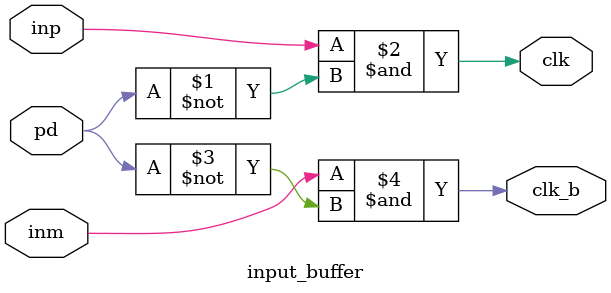
<source format=sv>
module input_buffer (
	input inp,
	input inm,
	input pd,
	output clk,
	output clk_b
);

    assign clk = inp & (~pd);
    assign clk_b = inm & (~pd);

endmodule

</source>
